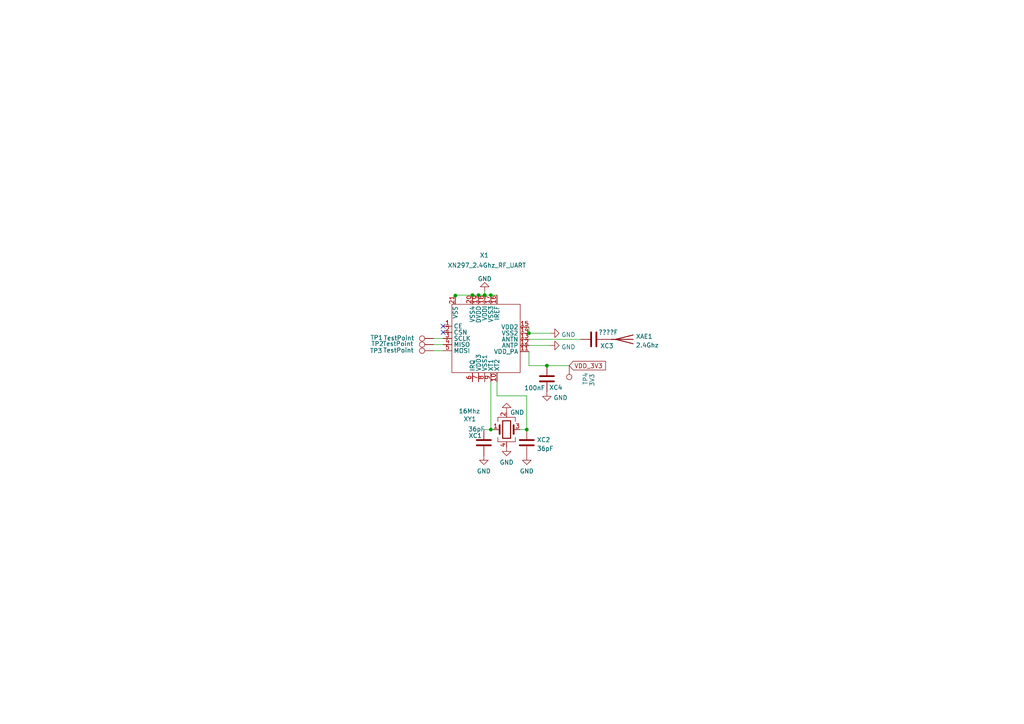
<source format=kicad_sch>
(kicad_sch (version 20211123) (generator eeschema)
  (paper "A4")
  (lib_symbols
    (symbol "Connector:TestPoint" (pin_numbers hide) (pin_names (offset 0.762) hide)
      (property "Reference" "TP" (at 0 6.858 0))
      (property "Value" "TestPoint" (at 0 5.08 0))
      (symbol "TestPoint_0_1"
        (circle (center 0 3.302) (radius 0.762))
      )
      (symbol "TestPoint_1_1"
        (pin passive line (at 0 0 90) (length 2.54) (name "1") (number "1"))
      )
    )
    (symbol "Device:Antenna" (pin_numbers hide) (pin_names (offset 1.016) hide)
      (property "Reference" "AE" (at -1.905 1.905 0))
      (property "Value" "Antenna" (at -1.905 0 0))
      (symbol "Antenna_0_1"
        (polyline (pts (xy 0 2.54) (xy 0 -3.81)) (stroke (width 0.254)))
        (polyline (pts (xy 1.27 2.54) (xy 0 -2.54) (xy -1.27 2.54)) (stroke (width 0.254)))
      )
      (symbol "Antenna_1_1"
        (pin input line (at 0 -5.08 90) (length 2.54) (name "A") (number "1"))
      )
    )
    (symbol "Device:C" (pin_numbers hide) (pin_names (offset 0.254))
      (property "Reference" "C" (at 0.635 2.54 0))
      (property "Value" "C" (at 0.635 -2.54 0))
      (symbol "C_0_1"
        (polyline (pts (xy -2.032 -0.762) (xy 2.032 -0.762)) (stroke (width 0.508)))
        (polyline (pts (xy -2.032 0.762) (xy 2.032 0.762)) (stroke (width 0.508)))
      )
      (symbol "C_1_1"
        (pin passive line (at 0 3.81 270) (length 2.794) (name "~") (number "1"))
        (pin passive line (at 0 -3.81 90) (length 2.794) (name "~") (number "2"))
      )
    )
    (symbol "Device:Crystal_GND24" (pin_names (offset 1.016) hide)
      (property "Reference" "Y" (at 3.175 5.08 0))
      (property "Value" "Crystal_GND24" (at 3.175 3.175 0))
      (symbol "Crystal_GND24_0_1"
        (rectangle (start -1.143 2.54) (end 1.143 -2.54) (stroke (width 0.3048)))
        (polyline (pts (xy -2.54 0) (xy -2.032 0)))
        (polyline (pts (xy -2.032 -1.27) (xy -2.032 1.27)) (stroke (width 0.508)))
        (polyline (pts (xy 0 -3.81) (xy 0 -3.556)))
        (polyline (pts (xy 0 3.556) (xy 0 3.81)))
        (polyline (pts (xy 2.032 -1.27) (xy 2.032 1.27)) (stroke (width 0.508)))
        (polyline (pts (xy 2.032 0) (xy 2.54 0)))
        (polyline (pts (xy -2.54 -2.286) (xy -2.54 -3.556) (xy 2.54 -3.556) (xy 2.54 -2.286)))
        (polyline (pts (xy -2.54 2.286) (xy -2.54 3.556) (xy 2.54 3.556) (xy 2.54 2.286)))
      )
      (symbol "Crystal_GND24_1_1"
        (pin passive line (at -3.81 0 0) (length 1.27) (name "1") (number "1"))
        (pin passive line (at 0 5.08 270) (length 1.27) (name "2") (number "2"))
        (pin passive line (at 3.81 0 180) (length 1.27) (name "3") (number "3"))
        (pin passive line (at 0 -5.08 90) (length 1.27) (name "4") (number "4"))
      )
    )
    (symbol "RF:XN297_2.4Ghz_RF_UART"
      (property "Reference" "U" (at 1.778 21.082 0))
      (property "Value" "XN297_2.4Ghz_RF_UART" (at 1.524 18.796 0))
      (symbol "XN297_2.4Ghz_RF_UART_0_1"
        (rectangle (start -5.842 4.318) (end 13.97 -15.494) (stroke (width 0.1524)))
      )
      (symbol "XN297_2.4Ghz_RF_UART_1_1"
        (pin bidirectional line (at -8.382 -2.032 0) (length 2.54) (name "CE") (number "1"))
        (pin bidirectional line (at 7.239 -18.161 90) (length 2.54) (name "XT2") (number "10"))
        (pin bidirectional line (at 16.51 -9.398 180) (length 2.54) (name "VDD_PA") (number "11"))
        (pin bidirectional line (at 16.51 -7.62 180) (length 2.54) (name "ANTP") (number "12"))
        (pin bidirectional line (at 16.51 -5.842 180) (length 2.54) (name "ANTN") (number "13"))
        (pin bidirectional line (at 16.51 -4.064 180) (length 2.54) (name "VSS2") (number "14"))
        (pin bidirectional line (at 16.51 -2.286 180) (length 2.54) (name "VDD2") (number "15"))
        (pin bidirectional line (at 7.239 6.985 270) (length 2.54) (name "IREF") (number "16"))
        (pin bidirectional line (at 5.461 6.985 270) (length 2.54) (name "VSS3") (number "17"))
        (pin bidirectional line (at 3.683 6.985 270) (length 2.54) (name "VDDI") (number "18"))
        (pin bidirectional line (at 1.905 6.985 270) (length 2.54) (name "DVDD") (number "19"))
        (pin bidirectional line (at -8.382 -3.81 0) (length 2.54) (name "CSN") (number "2"))
        (pin bidirectional line (at 0.127 6.985 270) (length 2.54) (name "VSS4") (number "20"))
        (pin bidirectional line (at -4.826 6.858 270) (length 2.54) (name "VSS") (number "21"))
        (pin bidirectional line (at -8.382 -5.588 0) (length 2.54) (name "SCLK") (number "3"))
        (pin bidirectional line (at -8.382 -7.366 0) (length 2.54) (name "MISO") (number "4"))
        (pin bidirectional line (at -8.382 -9.144 0) (length 2.54) (name "MOSI") (number "5"))
        (pin bidirectional line (at 0.127 -18.161 90) (length 2.54) (name "IRQ") (number "6"))
        (pin bidirectional line (at 1.905 -18.161 90) (length 2.54) (name "VDD3") (number "7"))
        (pin bidirectional line (at 3.683 -18.161 90) (length 2.54) (name "VSS1") (number "8"))
        (pin bidirectional line (at 5.461 -18.161 90) (length 2.54) (name "XT1") (number "9"))
      )
    )
    (symbol "power:GND" (power) (pin_names (offset 0))
      (property "Value" "GND" (at 0 -3.81 0))
      (symbol "GND_0_1"
        (polyline (pts (xy 0 0) (xy 0 -1.27) (xy 1.27 -1.27) (xy 0 -2.54) (xy -1.27 -1.27) (xy 0 -1.27)))
      )
      (symbol "GND_1_1"
        (pin power_in line (at 0 0 270) (length 0) hide (name "GND") (number "1"))
      )
    )
  )
  (junction (at 142.367 85.598))
  (junction (at 138.811 85.598))
  (junction (at 152.781 124.587))
  (junction (at 158.623 106.045))
  (junction (at 153.416 96.647))
  (junction (at 140.589 85.598))
  (junction (at 137.033 85.598))
  (junction (at 142.367 124.587))
  (junction (at 132.08 85.725))
  (no_connect (at 128.524 94.615))
  (no_connect (at 128.524 96.393))
  (wire (pts (xy 153.416 101.981) (xy 153.416 106.045)))
  (wire (pts (xy 138.811 85.598) (xy 140.589 85.598)))
  (wire (pts (xy 152.781 124.587) (xy 152.781 114.808)))
  (wire (pts (xy 142.367 124.587) (xy 143.129 124.587)))
  (wire (pts (xy 132.08 85.598) (xy 132.08 85.725)))
  (wire (pts (xy 140.589 85.598) (xy 142.367 85.598)))
  (wire (pts (xy 150.749 124.587) (xy 152.781 124.587)))
  (wire (pts (xy 140.335 124.587) (xy 142.367 124.587)))
  (wire (pts (xy 158.623 106.045) (xy 165.1 106.045)))
  (wire (pts (xy 153.416 98.425) (xy 168.402 98.425)))
  (wire (pts (xy 140.589 84.455) (xy 140.589 85.598)))
  (wire (pts (xy 125.73 98.171) (xy 128.524 98.171)))
  (wire (pts (xy 142.367 85.598) (xy 144.145 85.598)))
  (wire (pts (xy 153.416 96.647) (xy 159.639 96.647)))
  (wire (pts (xy 158.623 106.045) (xy 153.416 106.045)))
  (wire (pts (xy 153.416 94.869) (xy 153.416 96.647)))
  (wire (pts (xy 152.781 114.808) (xy 144.145 114.808)))
  (wire (pts (xy 137.033 85.598) (xy 132.08 85.598)))
  (wire (pts (xy 142.367 110.744) (xy 142.367 124.587)))
  (wire (pts (xy 153.416 100.203) (xy 159.639 100.203)))
  (wire (pts (xy 125.73 99.949) (xy 128.524 99.949)))
  (wire (pts (xy 137.033 85.598) (xy 138.811 85.598)))
  (wire (pts (xy 144.145 114.808) (xy 144.145 110.744)))
  (wire (pts (xy 125.73 101.727) (xy 128.524 101.727)))
  (global_label "VDD_3V3" (shape input) (at 165.1 106.045 0) (property "Intersheet References" "${INTERSHEET_REFS}" (effects hide)))
  (symbol (lib_id "power:GND") (at 140.335 132.207 0) (unit 1)
    (property "Reference" "#PWR0101" (effects hide))
    (property "Value" "GND" (at 140.335 136.6504 0))
  )
  (symbol (lib_id "power:GND") (at 159.639 100.203 90) (unit 1)
    (property "Reference" "#PWR0106" (effects hide))
    (property "Value" "GND" (at 162.814 100.6368 90) (effects (justify right)))
  )
  (symbol (lib_id "power:GND") (at 146.939 129.667 0) (unit 1)
    (property "Reference" "#PWR0102" (effects hide))
    (property "Value" "GND" (at 146.939 134.1104 0))
  )
  (symbol (lib_id "power:GND") (at 152.781 132.207 0) (unit 1)
    (property "Reference" "#PWR0103" (effects hide))
    (property "Value" "GND" (at 152.781 136.6504 0))
  )
  (symbol (lib_id "power:GND") (at 140.589 84.455 180) (unit 1)
    (property "Reference" "#PWR0107" (effects hide))
    (property "Value" "GND" (at 140.589 80.8792 0))
  )
  (symbol (lib_id "Device:Antenna") (at 181.102 98.425 270) (unit 1)
    (property "Reference" "XAE1" (at 184.404 97.5903 90) (effects (justify left)))
    (property "Value" "2.4Ghz" (at 184.404 100.1272 90) (effects (justify left)))
    (property "Footprint" "TestPoint:TestPoint_Pad_1.0x1.0mm" (effects hide))
  )
  (symbol (lib_id "power:GND") (at 159.639 96.647 90) (unit 1)
    (property "Reference" "#PWR0105" (effects hide))
    (property "Value" "GND" (at 162.814 97.0808 90) (effects (justify right)))
  )
  (symbol (lib_id "Device:Crystal_GND24") (at 146.939 124.587 0) (unit 1)
    (property "Reference" "XY1" (at 136.271 121.539 0))
    (property "Value" "16Mhz" (at 136.144 119.253 0))
    (property "Footprint" "Crystal:Crystal_SMD_3225-4Pin_3.2x2.5mm" (effects hide))
  )
  (symbol (lib_id "Device:C") (at 152.781 128.397 0) (unit 1)
    (property "Reference" "XC2" (at 155.702 127.5623 0) (effects (justify left)))
    (property "Value" "36pF" (at 155.702 130.0992 0) (effects (justify left)))
    (property "Footprint" "Capacitor_SMD:C_0805_2012Metric_Pad1.18x1.45mm_HandSolder" (effects hide))
  )
  (symbol (lib_id "Connector:TestPoint") (at 125.73 99.949 90) (unit 1)
    (property "Reference" "TP2" (at 109.474 99.695 90))
    (property "Value" "TestPoint" (at 115.443 99.695 90))
    (property "Footprint" "TestPoint:TestPoint_Pad_1.0x1.0mm" (effects hide))
  )
  (symbol (lib_id "Connector:TestPoint") (at 125.73 98.171 90) (unit 1)
    (property "Reference" "TP1" (at 109.22 97.917 90))
    (property "Value" "TestPoint" (at 115.697 98.044 90))
    (property "Footprint" "TestPoint:TestPoint_Pad_1.0x1.0mm" (effects hide))
  )
  (symbol (lib_id "power:GND") (at 158.623 113.665 0) (unit 1)
    (property "Reference" "#PWR0108" (effects hide))
    (property "Value" "GND" (at 160.528 115.3688 0) (effects (justify left)))
  )
  (symbol (lib_id "Device:C") (at 172.212 98.425 90) (unit 1)
    (property "Reference" "XC3" (at 176.022 100.33 90))
    (property "Value" "????F" (at 176.403 96.393 90))
    (property "Footprint" "Capacitor_SMD:C_0805_2012Metric_Pad1.18x1.45mm_HandSolder" (effects hide))
  )
  (symbol (lib_id "power:GND") (at 146.939 119.507 180) (unit 1)
    (property "Reference" "#PWR0104" (effects hide))
    (property "Value" "GND" (at 147.955 119.634 0) (effects (justify right)))
  )
  (symbol (lib_id "Device:C") (at 140.335 128.397 0) (unit 1)
    (property "Reference" "XC1" (at 135.89 126.365 0) (effects (justify left)))
    (property "Value" "36pF" (at 135.763 124.46 0) (effects (justify left)))
    (property "Footprint" "Capacitor_SMD:C_0805_2012Metric_Pad1.18x1.45mm_HandSolder" (effects hide))
  )
  (symbol (lib_id "Device:C") (at 158.623 109.855 0) (unit 1)
    (property "Reference" "XC4" (at 159.258 112.395 0) (effects (justify left)))
    (property "Value" "100nF" (at 152.019 112.522 0) (effects (justify left)))
    (property "Footprint" "Capacitor_SMD:C_0805_2012Metric_Pad1.18x1.45mm_HandSolder" (effects hide))
  )
  (symbol (lib_id "Connector:TestPoint") (at 165.1 106.045 180) (unit 1)
    (property "Reference" "TP4" (at 169.799 109.855 90))
    (property "Value" "3V3" (at 171.704 110.236 90))
    (property "Footprint" "TestPoint:TestPoint_Pad_1.0x1.0mm" (effects hide))
  )
  (symbol (lib_id "RF:XN297_2.4Ghz_RF_UART") (at 136.906 92.583 0) (unit 1)
    (property "Reference" "X1" (at 140.462 74.041 0))
    (property "Value" "XN297_2.4Ghz_RF_UART" (at 141.224 76.962 0))
    (property "Footprint" "Package_DFN_QFN:UQFN-20-1EP_3x3mm_P0.4mm_EP1.85x1.85mm_ThermalVias" (effects hide))
  )
  (symbol (lib_id "Connector:TestPoint") (at 125.73 101.727 90) (unit 1)
    (property "Reference" "TP3" (at 109.093 101.727 90))
    (property "Value" "TestPoint" (at 115.57 101.6 90))
    (property "Footprint" "TestPoint:TestPoint_Pad_1.0x1.0mm" (effects hide))
  )
)
</source>
